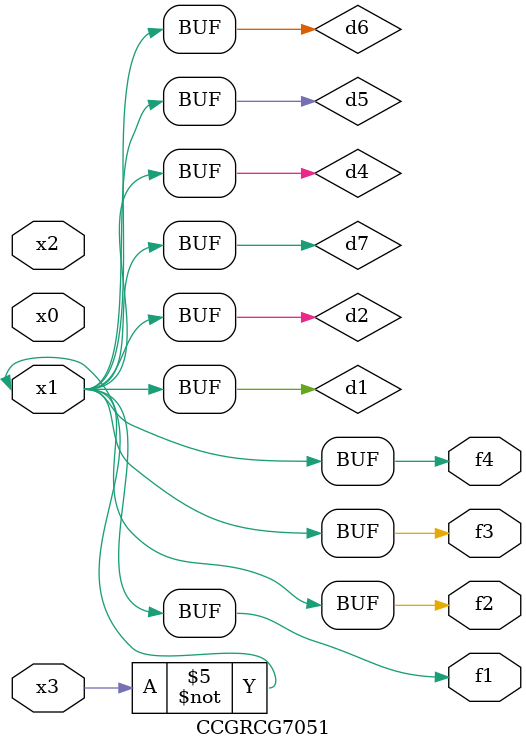
<source format=v>
module CCGRCG7051(
	input x0, x1, x2, x3,
	output f1, f2, f3, f4
);

	wire d1, d2, d3, d4, d5, d6, d7;

	not (d1, x3);
	buf (d2, x1);
	xnor (d3, d1, d2);
	nor (d4, d1);
	buf (d5, d1, d2);
	buf (d6, d4, d5);
	nand (d7, d4);
	assign f1 = d6;
	assign f2 = d7;
	assign f3 = d6;
	assign f4 = d6;
endmodule

</source>
